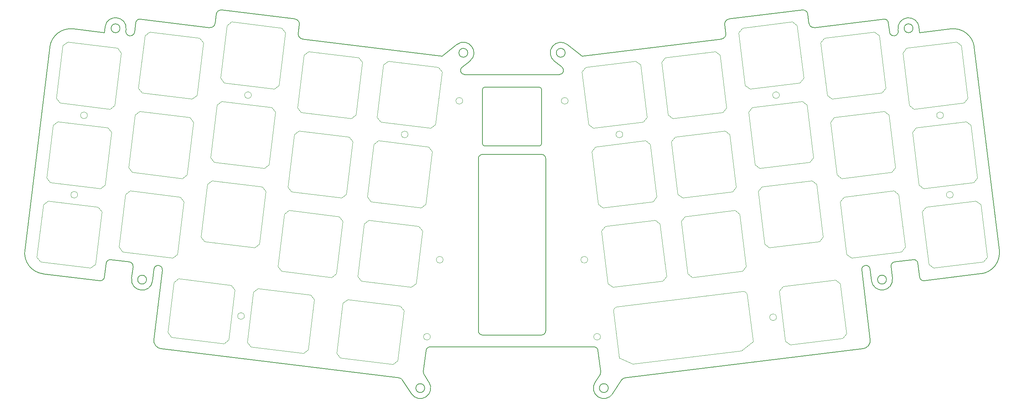
<source format=gm1>
G04 #@! TF.GenerationSoftware,KiCad,Pcbnew,7.0.10-7.0.10~ubuntu23.04.1*
G04 #@! TF.CreationDate,2024-02-22T03:40:37+00:00*
G04 #@! TF.ProjectId,plate_asym,706c6174-655f-4617-9379-6d2e6b696361,1.0*
G04 #@! TF.SameCoordinates,Original*
G04 #@! TF.FileFunction,Profile,NP*
%FSLAX46Y46*%
G04 Gerber Fmt 4.6, Leading zero omitted, Abs format (unit mm)*
G04 Created by KiCad (PCBNEW 7.0.10-7.0.10~ubuntu23.04.1) date 2024-02-22 03:40:37*
%MOMM*%
%LPD*%
G01*
G04 APERTURE LIST*
G04 #@! TA.AperFunction,Profile*
%ADD10C,0.200000*%
G04 #@! TD*
G04 #@! TA.AperFunction,Profile*
%ADD11C,0.050000*%
G04 #@! TD*
G04 APERTURE END LIST*
D10*
X77682917Y-58995632D02*
X95052477Y-61128345D01*
X130002631Y-69966074D02*
X133525011Y-67208887D01*
X243493502Y-122541636D02*
G75*
G03*
X244607885Y-123412317I992598J121936D01*
G01*
X173443954Y-146544944D02*
X230025537Y-139597600D01*
X153139472Y-91358057D02*
X140139472Y-91358057D01*
X50197233Y-119273574D02*
X49795467Y-122545699D01*
X30863549Y-116191113D02*
G75*
G03*
X35216943Y-121763192I4962551J-609487D01*
G01*
X136609867Y-71143852D02*
G75*
G03*
X133525011Y-67208887I-1542467J1967452D01*
G01*
X166363422Y-147599714D02*
G75*
G03*
X170552210Y-150329837I2094378J-1365086D01*
G01*
X136117430Y-69176357D02*
G75*
G03*
X134017430Y-69176357I-1050000J0D01*
G01*
X134017430Y-69176357D02*
G75*
G03*
X136117430Y-69176357I1050000J0D01*
G01*
X51311653Y-118402862D02*
G75*
G03*
X50197234Y-119273574I-121953J-992438D01*
G01*
X61558128Y-120668517D02*
X61215624Y-123457990D01*
X122736741Y-150333918D02*
X120560880Y-146995520D01*
X55746721Y-65124164D02*
X55826748Y-65133990D01*
X258071990Y-121759108D02*
G75*
G03*
X262425377Y-116187055I-609190J4962608D01*
G01*
X96097289Y-62465643D02*
X95839839Y-64562398D01*
X230025536Y-139597589D02*
G75*
G03*
X231766889Y-137368768I-243736J1985089D01*
G01*
X127205790Y-139149902D02*
X166082638Y-139146364D01*
X243493469Y-122541640D02*
X243091703Y-119269515D01*
X54876034Y-64009747D02*
G75*
G03*
X55746721Y-65124163I992566J-121853D01*
G01*
X61522046Y-137372827D02*
X63543155Y-120912212D01*
X56595463Y-120059178D02*
G75*
G03*
X55724720Y-118944754I-992663J121778D01*
G01*
X56252893Y-122848643D02*
X56595397Y-120059170D01*
X217200710Y-62133147D02*
G75*
G03*
X218538067Y-63177949I1191290J146547D01*
G01*
X63263399Y-139601659D02*
X119844982Y-146549003D01*
X243356838Y-63035489D02*
G75*
G03*
X238368964Y-63647923I-2493938J-306211D01*
G01*
X232073312Y-123453931D02*
X231730808Y-120664458D01*
X74750870Y-63182004D02*
G75*
G03*
X76088171Y-62137199I146130J1191204D01*
G01*
X196404283Y-65895631D02*
G75*
G03*
X197449097Y-64558339I-146083J1190931D01*
G01*
X232073347Y-123453927D02*
G75*
G03*
X237036042Y-122844584I2481353J304627D01*
G01*
X140139472Y-77358057D02*
X153139472Y-77358057D01*
X95839848Y-64562399D02*
G75*
G03*
X96884652Y-65899695I1190852J-146401D01*
G01*
X134779321Y-72573626D02*
G75*
G03*
X135394999Y-74361699I615579J-788074D01*
G01*
X96097284Y-62465642D02*
G75*
G03*
X95052475Y-61128345I-1191184J146142D01*
G01*
X256488493Y-67835015D02*
X262425377Y-116187055D01*
X159271506Y-69172298D02*
G75*
G03*
X157171506Y-69172298I-1050000J0D01*
G01*
X157171506Y-69172298D02*
G75*
G03*
X159271506Y-69172298I1050000J0D01*
G01*
X154640692Y-94348132D02*
X154640691Y-135348130D01*
X135394999Y-74361699D02*
X157895290Y-74358473D01*
X243523049Y-64389422D02*
X250916415Y-63481631D01*
X153640692Y-136348133D02*
X139640692Y-136348133D01*
X136609849Y-71143829D02*
X134779303Y-72573604D01*
X54919971Y-63651982D02*
G75*
G03*
X49932129Y-63039552I-2493921J306212D01*
G01*
X218538067Y-63177950D02*
X234959918Y-61161600D01*
X56252895Y-122848643D02*
G75*
G03*
X61215624Y-123457990I2481365J-304667D01*
G01*
X161709203Y-68729846D02*
X163286305Y-69962015D01*
X42372521Y-63485690D02*
X49765887Y-64393481D01*
X58329012Y-61165708D02*
G75*
G03*
X57214603Y-62036336I-121912J-992492D01*
G01*
X127205790Y-139149882D02*
G75*
G03*
X126214751Y-140017014I110J-1000018D01*
G01*
X237564220Y-118940724D02*
G75*
G03*
X236693540Y-120055111I121780J-992476D01*
G01*
X159763925Y-67204825D02*
X161709203Y-68729846D01*
X42372519Y-63485705D02*
G75*
G03*
X36800443Y-67839074I-609219J-4962895D01*
G01*
X138640767Y-135348132D02*
G75*
G03*
X139640692Y-136348133I1000233J232D01*
G01*
X197449097Y-64558339D02*
X197191647Y-62461584D01*
X236693539Y-120055111D02*
X237036043Y-122844584D01*
X235604679Y-123149257D02*
G75*
G03*
X233504677Y-123149257I-1050001J0D01*
G01*
X233504677Y-123149257D02*
G75*
G03*
X235604679Y-123149257I1050001J0D01*
G01*
X58329018Y-61165659D02*
X74750869Y-63182009D01*
X153639543Y-77858057D02*
G75*
G03*
X153139472Y-77358057I-500043J-43D01*
G01*
X258071993Y-121759133D02*
X244607885Y-123412317D01*
X236074307Y-62032280D02*
G75*
G03*
X234959918Y-61161601I-992507J-121820D01*
G01*
X172728056Y-146991461D02*
X170552195Y-150329859D01*
X153639472Y-77858057D02*
X153639472Y-90858057D01*
X48681051Y-123416373D02*
G75*
G03*
X49795467Y-122545699I121849J992573D01*
G01*
X55826750Y-65133972D02*
G75*
G03*
X56941164Y-64263313I121850J992572D01*
G01*
X167073850Y-140013399D02*
X167747194Y-145032513D01*
X236347789Y-64259252D02*
G75*
G03*
X237462188Y-65129931I992611J121952D01*
G01*
X139640692Y-93348132D02*
X153640692Y-93348132D01*
X167073852Y-140013399D02*
G75*
G03*
X166082638Y-139146364I-991152J-133001D01*
G01*
X198236459Y-61124286D02*
X215606019Y-58991573D01*
X125881141Y-148968822D02*
G75*
G03*
X123781139Y-148968822I-1050001J0D01*
G01*
X123781139Y-148968822D02*
G75*
G03*
X125881141Y-148968822I1050001J0D01*
G01*
X241912885Y-63341708D02*
G75*
G03*
X239812885Y-63341708I-1050000J0D01*
G01*
X239812885Y-63341708D02*
G75*
G03*
X241912885Y-63341708I1050000J0D01*
G01*
X238368963Y-63647923D02*
X238412891Y-64005689D01*
X236074334Y-62032277D02*
X236347772Y-64259254D01*
X139640692Y-93348092D02*
G75*
G03*
X138640692Y-94348132I8J-1000008D01*
G01*
X256488543Y-67835009D02*
G75*
G03*
X250916415Y-63481632I-4962843J-609491D01*
G01*
X122736732Y-150333891D02*
G75*
G03*
X126925554Y-147603747I2094438J1365031D01*
G01*
X96884652Y-65899696D02*
X130002631Y-69966074D01*
X163286305Y-69962015D02*
X196404284Y-65895637D01*
X153139472Y-91358072D02*
G75*
G03*
X153639472Y-90858057I28J499972D01*
G01*
X243091677Y-119269518D02*
G75*
G03*
X241977287Y-118398839I-992477J-121782D01*
G01*
X154640668Y-94348132D02*
G75*
G03*
X153640692Y-93348132I-999968J32D01*
G01*
X166363381Y-147599689D02*
X167593882Y-145711350D01*
X159763919Y-67204835D02*
G75*
G03*
X156679087Y-71139770I-1542419J-1967465D01*
G01*
X139639472Y-90858057D02*
X139639472Y-77858057D01*
X157895290Y-74358488D02*
G75*
G03*
X158510700Y-72570378I-90J999988D01*
G01*
X169507797Y-148964763D02*
G75*
G03*
X167407795Y-148964763I-1050001J0D01*
G01*
X167407795Y-148964763D02*
G75*
G03*
X169507797Y-148964763I1050001J0D01*
G01*
X48681051Y-123416376D02*
X35216943Y-121763192D01*
X237564216Y-118940695D02*
X241977287Y-118398838D01*
X51311649Y-118402897D02*
X55724720Y-118944754D01*
X125541773Y-145036576D02*
G75*
G03*
X125695054Y-145715409I991127J-132924D01*
G01*
X125695054Y-145715409D02*
X126925555Y-147603748D01*
X54876045Y-64009748D02*
X54919973Y-63651982D01*
X173443957Y-146544965D02*
G75*
G03*
X172728057Y-146991461I121843J-992535D01*
G01*
X216943315Y-60036384D02*
X217200764Y-62133140D01*
X231730816Y-120664421D02*
G75*
G03*
X229745781Y-120908153I-992516J-121879D01*
G01*
X243522605Y-64385805D02*
X243356807Y-63035493D01*
X167593876Y-145711346D02*
G75*
G03*
X167747194Y-145032513I-837776J545946D01*
G01*
X61522050Y-137372828D02*
G75*
G03*
X63263399Y-139601659I1985050J-243772D01*
G01*
X138640692Y-135348132D02*
X138640692Y-94348132D01*
X198236459Y-61124267D02*
G75*
G03*
X197191648Y-62461584I146341J-1191133D01*
G01*
X237462188Y-65129931D02*
X237542215Y-65120105D01*
X76088172Y-62137199D02*
X76345621Y-60040443D01*
X59784259Y-123153316D02*
G75*
G03*
X57684257Y-123153316I-1050001J0D01*
G01*
X57684257Y-123153316D02*
G75*
G03*
X59784259Y-123153316I1050001J0D01*
G01*
X125541742Y-145036572D02*
X126214750Y-140017014D01*
X56941164Y-64263313D02*
X57214602Y-62036336D01*
X120560891Y-146995513D02*
G75*
G03*
X119844982Y-146549003I-837791J-546087D01*
G01*
X158510700Y-72570378D02*
X156679087Y-71139770D01*
X139639543Y-90858057D02*
G75*
G03*
X140139472Y-91358057I499957J-43D01*
G01*
X53476051Y-63345767D02*
G75*
G03*
X51376051Y-63345767I-1050000J0D01*
G01*
X51376051Y-63345767D02*
G75*
G03*
X53476051Y-63345767I1050000J0D01*
G01*
X153640692Y-136348191D02*
G75*
G03*
X154640691Y-135348130I-92J1000091D01*
G01*
X140139472Y-77358072D02*
G75*
G03*
X139639472Y-77858057I28J-500028D01*
G01*
X30863559Y-116191114D02*
X36800443Y-67839074D01*
X49932129Y-63039552D02*
X49766331Y-64389864D01*
X216943396Y-60036375D02*
G75*
G03*
X215606019Y-58991574I-1191196J-146425D01*
G01*
X237542212Y-65120078D02*
G75*
G03*
X238412891Y-64005689I-121912J992578D01*
G01*
X229745781Y-120908153D02*
X231766890Y-137368768D01*
X63543082Y-120912203D02*
G75*
G03*
X61558132Y-120668481I-992482J121803D01*
G01*
X77682925Y-58995569D02*
G75*
G03*
X76345622Y-60040444I-146025J-1191331D01*
G01*
D11*
X199603329Y-106673651D02*
X187692775Y-108136083D01*
X199603329Y-106673651D02*
X200717744Y-107544328D01*
X186822098Y-109250499D02*
X187692775Y-108136083D01*
X186822098Y-109250499D02*
X188357652Y-121756580D01*
X202253298Y-120050409D02*
X200717744Y-107544328D01*
X188357652Y-121756580D02*
X189472067Y-122627257D01*
X201382621Y-121164825D02*
X202253298Y-120050409D01*
X189472067Y-122627257D02*
X201382621Y-121164825D01*
X217930931Y-99625039D02*
X206020377Y-101087471D01*
X217930931Y-99625039D02*
X219045346Y-100495716D01*
X205149700Y-102201887D02*
X206020377Y-101087471D01*
X205149700Y-102201887D02*
X206685254Y-114707968D01*
X220580900Y-113001797D02*
X219045346Y-100495716D01*
X206685254Y-114707968D02*
X207799669Y-115578645D01*
X219710223Y-114116213D02*
X220580900Y-113001797D01*
X207799669Y-115578645D02*
X219710223Y-114116213D01*
X115447549Y-85670428D02*
X127358103Y-87132860D01*
X115447549Y-85670428D02*
X114576872Y-84556012D01*
X128472518Y-86262183D02*
X127358103Y-87132860D01*
X128472518Y-86262183D02*
X130008072Y-73756102D01*
X116112426Y-72049931D02*
X114576872Y-84556012D01*
X130008072Y-73756102D02*
X129137395Y-72641686D01*
X117226841Y-71179254D02*
X116112426Y-72049931D01*
X129137395Y-72641686D02*
X117226841Y-71179254D01*
X113125938Y-104578432D02*
X125036492Y-106040864D01*
X113125938Y-104578432D02*
X112255261Y-103464016D01*
X126150907Y-105170187D02*
X125036492Y-106040864D01*
X126150907Y-105170187D02*
X127686461Y-92664106D01*
X113790815Y-90957935D02*
X112255261Y-103464016D01*
X127686461Y-92664106D02*
X126815784Y-91549690D01*
X114905230Y-90087258D02*
X113790815Y-90957935D01*
X126815784Y-91549690D02*
X114905230Y-90087258D01*
X84702227Y-79240652D02*
G75*
G03*
X83102227Y-79240652I-800000J0D01*
G01*
X83102227Y-79240652D02*
G75*
G03*
X84702227Y-79240652I800000J0D01*
G01*
X85178263Y-126133133D02*
X83715831Y-138043687D01*
X85178263Y-126133133D02*
X86292679Y-125262456D01*
X84586508Y-139158102D02*
X83715831Y-138043687D01*
X84586508Y-139158102D02*
X97092589Y-140693656D01*
X98798760Y-126798010D02*
X86292679Y-125262456D01*
X97092589Y-140693656D02*
X98207005Y-139822979D01*
X99669437Y-127912425D02*
X98798760Y-126798010D01*
X98207005Y-139822979D02*
X99669437Y-127912425D01*
X249153527Y-84051437D02*
G75*
G03*
X247553527Y-84051437I-800000J0D01*
G01*
X247553527Y-84051437D02*
G75*
G03*
X249153527Y-84051437I800000J0D01*
G01*
X209474973Y-132111164D02*
G75*
G03*
X207874973Y-132111164I-800000J0D01*
G01*
X207874973Y-132111164D02*
G75*
G03*
X209474973Y-132111164I800000J0D01*
G01*
X237419338Y-102030429D02*
X225508784Y-103492861D01*
X237419338Y-102030429D02*
X238533753Y-102901106D01*
X224638107Y-104607277D02*
X225508784Y-103492861D01*
X224638107Y-104607277D02*
X226173661Y-117113358D01*
X240069307Y-115407187D02*
X238533753Y-102901106D01*
X226173661Y-117113358D02*
X227288076Y-117984035D01*
X239198630Y-116521603D02*
X240069307Y-115407187D01*
X227288076Y-117984035D02*
X239198630Y-116521603D01*
X235097727Y-83122425D02*
X223187173Y-84584857D01*
X235097727Y-83122425D02*
X236212142Y-83993102D01*
X222316496Y-85699273D02*
X223187173Y-84584857D01*
X222316496Y-85699273D02*
X223852050Y-98205354D01*
X237747696Y-96499183D02*
X236212142Y-83993102D01*
X223852050Y-98205354D02*
X224966465Y-99076031D01*
X236877019Y-97613599D02*
X237747696Y-96499183D01*
X224966465Y-99076031D02*
X236877019Y-97613599D01*
X66270258Y-123811525D02*
X64807826Y-135722079D01*
X66270258Y-123811525D02*
X67384674Y-122940848D01*
X65678503Y-136836494D02*
X64807826Y-135722079D01*
X65678503Y-136836494D02*
X78184584Y-138372048D01*
X79890755Y-124476402D02*
X67384674Y-122940848D01*
X78184584Y-138372048D02*
X79299000Y-137501371D01*
X80761432Y-125590817D02*
X79890755Y-124476402D01*
X79299000Y-137501371D02*
X80761432Y-125590817D01*
X54080315Y-116521603D02*
X65990869Y-117984035D01*
X54080315Y-116521603D02*
X53209638Y-115407187D01*
X67105284Y-117113358D02*
X65990869Y-117984035D01*
X67105284Y-117113358D02*
X68640838Y-104607277D01*
X54745192Y-102901106D02*
X53209638Y-115407187D01*
X68640838Y-104607277D02*
X67770161Y-103492861D01*
X55859607Y-102030429D02*
X54745192Y-102901106D01*
X67770161Y-103492861D02*
X55859607Y-102030429D01*
X164612189Y-118423073D02*
G75*
G03*
X163012189Y-118423073I-800000J0D01*
G01*
X163012189Y-118423073D02*
G75*
G03*
X164612189Y-118423073I800000J0D01*
G01*
X180695325Y-108995262D02*
X168784771Y-110457694D01*
X180695325Y-108995262D02*
X181809740Y-109865939D01*
X167914094Y-111572110D02*
X168784771Y-110457694D01*
X167914094Y-111572110D02*
X169449648Y-124078191D01*
X183345294Y-122372020D02*
X181809740Y-109865939D01*
X169449648Y-124078191D02*
X170564063Y-124948868D01*
X182474617Y-123486436D02*
X183345294Y-122372020D01*
X170564063Y-124948868D02*
X182474617Y-123486436D01*
X96539545Y-83348817D02*
X108450099Y-84811249D01*
X96539545Y-83348817D02*
X95668868Y-82234401D01*
X109564514Y-83940572D02*
X108450099Y-84811249D01*
X109564514Y-83940572D02*
X111100068Y-71434491D01*
X97204422Y-69728320D02*
X95668868Y-82234401D01*
X111100068Y-71434491D02*
X110229391Y-70320075D01*
X98318837Y-68857643D02*
X97204422Y-69728320D01*
X110229391Y-70320075D02*
X98318837Y-68857643D01*
X110804327Y-123486436D02*
X122714881Y-124948868D01*
X110804327Y-123486436D02*
X109933650Y-122372020D01*
X123829296Y-124078191D02*
X122714881Y-124948868D01*
X123829296Y-124078191D02*
X125364850Y-111572110D01*
X111469204Y-109865939D02*
X109933650Y-122372020D01*
X125364850Y-111572110D02*
X124494173Y-110457694D01*
X112583619Y-108995262D02*
X111469204Y-109865939D01*
X124494173Y-110457694D02*
X112583619Y-108995262D01*
X130266755Y-118423073D02*
G75*
G03*
X128666755Y-118423073I-800000J0D01*
G01*
X128666755Y-118423073D02*
G75*
G03*
X130266755Y-118423073I800000J0D01*
G01*
X106449768Y-128744945D02*
X104987336Y-140655499D01*
X106449768Y-128744945D02*
X107564184Y-127874268D01*
X105858013Y-141769914D02*
X104987336Y-140655499D01*
X105858013Y-141769914D02*
X118364094Y-143305468D01*
X120070265Y-129409822D02*
X107564184Y-127874268D01*
X118364094Y-143305468D02*
X119478510Y-142434791D01*
X120940942Y-130524237D02*
X120070265Y-129409822D01*
X119478510Y-142434791D02*
X120940942Y-130524237D01*
X36913519Y-100018989D02*
X48824073Y-101481421D01*
X36913519Y-100018989D02*
X36042842Y-98904573D01*
X49938488Y-100610744D02*
X48824073Y-101481421D01*
X49938488Y-100610744D02*
X51474042Y-88104663D01*
X37578396Y-86398492D02*
X36042842Y-98904573D01*
X51474042Y-88104663D02*
X50603365Y-86990247D01*
X38692811Y-85527815D02*
X37578396Y-86398492D01*
X50603365Y-86990247D02*
X38692811Y-85527815D01*
X232776116Y-64214421D02*
X220865562Y-65676853D01*
X232776116Y-64214421D02*
X233890531Y-65085098D01*
X219994885Y-66791269D02*
X220865562Y-65676853D01*
X219994885Y-66791269D02*
X221530439Y-79297350D01*
X235426085Y-77591179D02*
X233890531Y-65085098D01*
X221530439Y-79297350D02*
X222644854Y-80168027D01*
X234555408Y-78705595D02*
X235426085Y-77591179D01*
X222644854Y-80168027D02*
X234555408Y-78705595D01*
X127218141Y-136750673D02*
G75*
G03*
X125618141Y-136750673I-800000J0D01*
G01*
X125618141Y-136750673D02*
G75*
G03*
X127218141Y-136750673I800000J0D01*
G01*
X252264523Y-66619811D02*
X240353969Y-68082243D01*
X252264523Y-66619811D02*
X253378938Y-67490488D01*
X239483292Y-69196659D02*
X240353969Y-68082243D01*
X239483292Y-69196659D02*
X241018846Y-81702740D01*
X254914492Y-79996569D02*
X253378938Y-67490488D01*
X241018846Y-81702740D02*
X242133261Y-82573417D01*
X254043815Y-81110985D02*
X254914492Y-79996569D01*
X242133261Y-82573417D02*
X254043815Y-81110985D01*
X159968967Y-80607062D02*
G75*
G03*
X158368967Y-80607062I-800000J0D01*
G01*
X158368967Y-80607062D02*
G75*
G03*
X159968967Y-80607062I800000J0D01*
G01*
X251475143Y-102959440D02*
G75*
G03*
X249875143Y-102959440I-800000J0D01*
G01*
X249875143Y-102959440D02*
G75*
G03*
X251475143Y-102959440I800000J0D01*
G01*
X56401926Y-97613599D02*
X68312480Y-99076031D01*
X56401926Y-97613599D02*
X55531249Y-96499183D01*
X69426895Y-98205354D02*
X68312480Y-99076031D01*
X69426895Y-98205354D02*
X70962449Y-85699273D01*
X57066803Y-83993102D02*
X55531249Y-96499183D01*
X70962449Y-85699273D02*
X70091772Y-84584857D01*
X58181218Y-83122425D02*
X57066803Y-83993102D01*
X70091772Y-84584857D02*
X58181218Y-83122425D01*
X39235130Y-81110985D02*
X51145684Y-82573417D01*
X39235130Y-81110985D02*
X38364453Y-79996569D01*
X52260099Y-81702740D02*
X51145684Y-82573417D01*
X52260099Y-81702740D02*
X53795653Y-69196659D01*
X39900007Y-67490488D02*
X38364453Y-79996569D01*
X53795653Y-69196659D02*
X52924976Y-68082243D01*
X41014422Y-66619811D02*
X39900007Y-67490488D01*
X52924976Y-68082243D02*
X41014422Y-66619811D01*
X210176717Y-79240652D02*
G75*
G03*
X208576717Y-79240652I-800000J0D01*
G01*
X208576717Y-79240652D02*
G75*
G03*
X210176717Y-79240652I800000J0D01*
G01*
X58723537Y-78705595D02*
X70634091Y-80168027D01*
X58723537Y-78705595D02*
X57852860Y-77591179D01*
X71748506Y-79297350D02*
X70634091Y-80168027D01*
X71748506Y-79297350D02*
X73284060Y-66791269D01*
X59388414Y-65085098D02*
X57852860Y-77591179D01*
X73284060Y-66791269D02*
X72413383Y-65676853D01*
X60502829Y-64214421D02*
X59388414Y-65085098D01*
X72413383Y-65676853D02*
X60502829Y-64214421D01*
X75890333Y-95208209D02*
X87800887Y-96670641D01*
X75890333Y-95208209D02*
X75019656Y-94093793D01*
X88915302Y-95799964D02*
X87800887Y-96670641D01*
X88915302Y-95799964D02*
X90450856Y-83293883D01*
X76555210Y-81587712D02*
X75019656Y-94093793D01*
X90450856Y-83293883D02*
X89580179Y-82179467D01*
X77669625Y-80717035D02*
X76555210Y-81587712D01*
X89580179Y-82179467D02*
X77669625Y-80717035D01*
X172947274Y-88610059D02*
G75*
G03*
X171347274Y-88610059I-800000J0D01*
G01*
X171347274Y-88610059D02*
G75*
G03*
X172947274Y-88610059I800000J0D01*
G01*
X256909113Y-104432605D02*
X244998559Y-105895037D01*
X256909113Y-104432605D02*
X258023528Y-105303282D01*
X244127882Y-107009453D02*
X244998559Y-105895037D01*
X244127882Y-107009453D02*
X245663436Y-119515534D01*
X259559082Y-117809363D02*
X258023528Y-105303282D01*
X245663436Y-119515534D02*
X246777851Y-120386211D01*
X258688405Y-118923779D02*
X259559082Y-117809363D01*
X246777851Y-120386211D02*
X258688405Y-118923779D01*
X34598076Y-118927813D02*
X46508630Y-120390245D01*
X34598076Y-118927813D02*
X33727399Y-117813397D01*
X47623045Y-119519568D02*
X46508630Y-120390245D01*
X47623045Y-119519568D02*
X49158599Y-107013487D01*
X35262953Y-105307316D02*
X33727399Y-117813397D01*
X49158599Y-107013487D02*
X48287922Y-105899071D01*
X36377368Y-104436639D02*
X35262953Y-105307316D01*
X48287922Y-105899071D02*
X36377368Y-104436639D01*
X91896323Y-121164825D02*
X103806877Y-122627257D01*
X91896323Y-121164825D02*
X91025646Y-120050409D01*
X104921292Y-121756580D02*
X103806877Y-122627257D01*
X104921292Y-121756580D02*
X106456846Y-109250499D01*
X92561200Y-107544328D02*
X91025646Y-120050409D01*
X106456846Y-109250499D02*
X105586169Y-108136083D01*
X93675615Y-106673651D02*
X92561200Y-107544328D01*
X105586169Y-108136083D02*
X93675615Y-106673651D01*
X172153405Y-141809312D02*
X170794562Y-130742422D01*
X172153405Y-141809312D02*
X175350409Y-143230287D01*
X171665239Y-129628007D02*
X201441624Y-125971926D01*
X201156609Y-140061684D02*
X175350409Y-143230287D01*
X202556039Y-126842603D02*
X203914882Y-137909493D01*
X203914882Y-137909493D02*
X201156609Y-140061684D01*
X171665239Y-129628008D02*
G75*
G03*
X170794563Y-130742422I121868J-992544D01*
G01*
X202556039Y-126842603D02*
G75*
G03*
X201441624Y-125971927I-992546J-121870D01*
G01*
X73568722Y-114116213D02*
X85479276Y-115578645D01*
X73568722Y-114116213D02*
X72698045Y-113001797D01*
X86593691Y-114707968D02*
X85479276Y-115578645D01*
X86593691Y-114707968D02*
X88129245Y-102201887D01*
X74233599Y-100495716D02*
X72698045Y-113001797D01*
X88129245Y-102201887D02*
X87258568Y-101087471D01*
X75348014Y-99625039D02*
X74233599Y-100495716D01*
X87258568Y-101087471D02*
X75348014Y-99625039D01*
X254586134Y-85527815D02*
X242675580Y-86990247D01*
X254586134Y-85527815D02*
X255700549Y-86398492D01*
X241804903Y-88104663D02*
X242675580Y-86990247D01*
X241804903Y-88104663D02*
X243340457Y-100610744D01*
X257236103Y-98904573D02*
X255700549Y-86398492D01*
X243340457Y-100610744D02*
X244454872Y-101481421D01*
X256365426Y-100018989D02*
X257236103Y-98904573D01*
X244454872Y-101481421D02*
X256365426Y-100018989D01*
X176052103Y-71179254D02*
X164141549Y-72641686D01*
X176052103Y-71179254D02*
X177166518Y-72049931D01*
X163270872Y-73756102D02*
X164141549Y-72641686D01*
X163270872Y-73756102D02*
X164806426Y-86262183D01*
X178702072Y-84556012D02*
X177166518Y-72049931D01*
X164806426Y-86262183D02*
X165920841Y-87132860D01*
X177831395Y-85670428D02*
X178702072Y-84556012D01*
X165920841Y-87132860D02*
X177831395Y-85670428D01*
X43403801Y-102959440D02*
G75*
G03*
X41803801Y-102959440I-800000J0D01*
G01*
X41803801Y-102959440D02*
G75*
G03*
X43403801Y-102959440I800000J0D01*
G01*
X197281718Y-87765647D02*
X185371164Y-89228079D01*
X197281718Y-87765647D02*
X198396133Y-88636324D01*
X184500487Y-90342495D02*
X185371164Y-89228079D01*
X184500487Y-90342495D02*
X186036041Y-102848576D01*
X199931687Y-101142405D02*
X198396133Y-88636324D01*
X186036041Y-102848576D02*
X187150456Y-103719253D01*
X199061010Y-102256821D02*
X199931687Y-101142405D01*
X187150456Y-103719253D02*
X199061010Y-102256821D01*
X83038631Y-131817253D02*
G75*
G03*
X81438631Y-131817253I-800000J0D01*
G01*
X81438631Y-131817253D02*
G75*
G03*
X83038631Y-131817253I800000J0D01*
G01*
X178373714Y-90087258D02*
X166463160Y-91549690D01*
X178373714Y-90087258D02*
X179488129Y-90957935D01*
X165592483Y-92664106D02*
X166463160Y-91549690D01*
X165592483Y-92664106D02*
X167128037Y-105170187D01*
X181023683Y-103464016D02*
X179488129Y-90957935D01*
X167128037Y-105170187D02*
X168242452Y-106040864D01*
X180153006Y-104578432D02*
X181023683Y-103464016D01*
X168242452Y-106040864D02*
X180153006Y-104578432D01*
X134909977Y-80607062D02*
G75*
G03*
X133309977Y-80607062I-800000J0D01*
G01*
X133309977Y-80607062D02*
G75*
G03*
X134909977Y-80607062I800000J0D01*
G01*
X213287709Y-61809031D02*
X201377155Y-63271463D01*
X213287709Y-61809031D02*
X214402124Y-62679708D01*
X200506478Y-64385879D02*
X201377155Y-63271463D01*
X200506478Y-64385879D02*
X202042032Y-76891960D01*
X215937678Y-75185789D02*
X214402124Y-62679708D01*
X202042032Y-76891960D02*
X203156447Y-77762637D01*
X215067001Y-76300205D02*
X215937678Y-75185789D01*
X203156447Y-77762637D02*
X215067001Y-76300205D01*
X194960107Y-68857643D02*
X183049553Y-70320075D01*
X194960107Y-68857643D02*
X196074522Y-69728320D01*
X182178876Y-71434491D02*
X183049553Y-70320075D01*
X182178876Y-71434491D02*
X183714430Y-83940572D01*
X197610076Y-82234401D02*
X196074522Y-69728320D01*
X183714430Y-83940572D02*
X184828845Y-84811249D01*
X196739399Y-83348817D02*
X197610076Y-82234401D01*
X184828845Y-84811249D02*
X196739399Y-83348817D01*
X210153540Y-125881512D02*
X211615972Y-137792066D01*
X210153540Y-125881512D02*
X211024217Y-124767097D01*
X212730388Y-138662743D02*
X211615972Y-137792066D01*
X212730388Y-138662743D02*
X225236469Y-137127189D01*
X223530298Y-123231543D02*
X211024217Y-124767097D01*
X225236469Y-137127189D02*
X226107146Y-136012774D01*
X224644714Y-124102220D02*
X223530298Y-123231543D01*
X226107146Y-136012774D02*
X224644714Y-124102220D01*
X167660803Y-136750673D02*
G75*
G03*
X166060803Y-136750673I-800000J0D01*
G01*
X166060803Y-136750673D02*
G75*
G03*
X167660803Y-136750673I800000J0D01*
G01*
X45725417Y-84051437D02*
G75*
G03*
X44125417Y-84051437I-800000J0D01*
G01*
X44125417Y-84051437D02*
G75*
G03*
X45725417Y-84051437I800000J0D01*
G01*
X78211944Y-76300205D02*
X90122498Y-77762637D01*
X78211944Y-76300205D02*
X77341267Y-75185789D01*
X91236913Y-76891960D02*
X90122498Y-77762637D01*
X91236913Y-76891960D02*
X92772467Y-64385879D01*
X78876821Y-62679708D02*
X77341267Y-75185789D01*
X92772467Y-64385879D02*
X91901790Y-63271463D01*
X79991236Y-61809031D02*
X78876821Y-62679708D01*
X91901790Y-63271463D02*
X79991236Y-61809031D01*
X94217934Y-102256821D02*
X106128488Y-103719253D01*
X94217934Y-102256821D02*
X93347257Y-101142405D01*
X107242903Y-102848576D02*
X106128488Y-103719253D01*
X107242903Y-102848576D02*
X108778457Y-90342495D01*
X94882811Y-88636324D02*
X93347257Y-101142405D01*
X108778457Y-90342495D02*
X107907780Y-89228079D01*
X95997226Y-87765647D02*
X94882811Y-88636324D01*
X107907780Y-89228079D02*
X95997226Y-87765647D01*
X121931670Y-88610059D02*
G75*
G03*
X120331670Y-88610059I-800000J0D01*
G01*
X120331670Y-88610059D02*
G75*
G03*
X121931670Y-88610059I800000J0D01*
G01*
X215609320Y-80717035D02*
X203698766Y-82179467D01*
X215609320Y-80717035D02*
X216723735Y-81587712D01*
X202828089Y-83293883D02*
X203698766Y-82179467D01*
X202828089Y-83293883D02*
X204363643Y-95799964D01*
X218259289Y-94093793D02*
X216723735Y-81587712D01*
X204363643Y-95799964D02*
X205478058Y-96670641D01*
X217388612Y-95208209D02*
X218259289Y-94093793D01*
X205478058Y-96670641D02*
X217388612Y-95208209D01*
M02*

</source>
